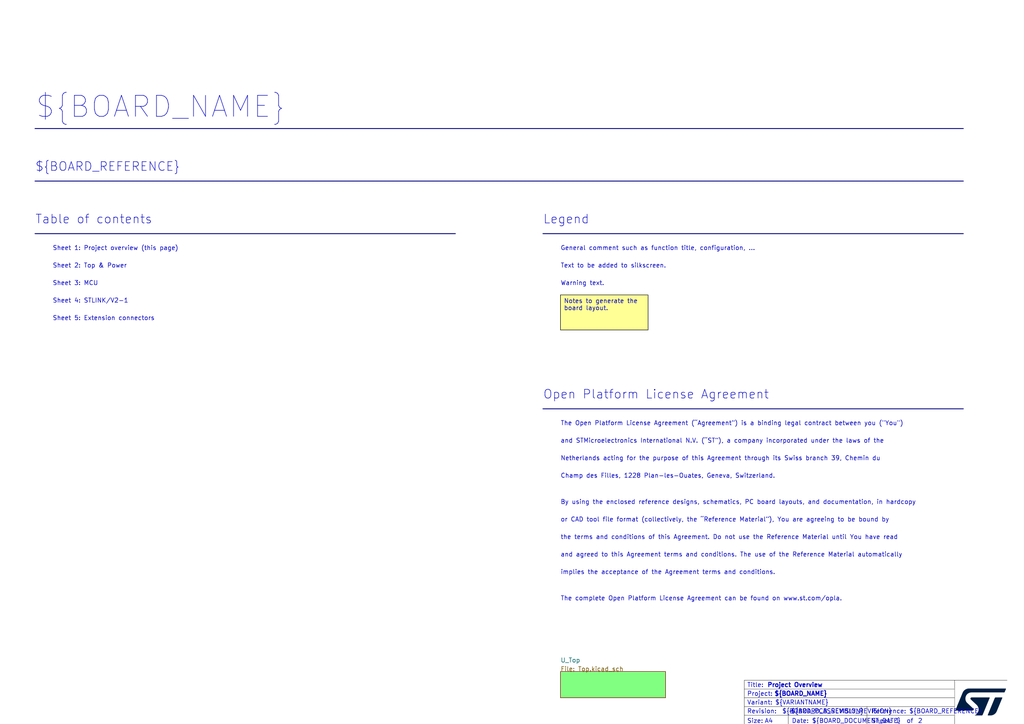
<source format=kicad_sch>
(kicad_sch (version 20231120) (generator "eeschema") (generator_version "8.0")
  (paper "A4")
  (title_block (title "Project Overview") (date "Not used") (rev "Not used") (company "STMicroelectronics"))
  (lib_symbols)
  (polyline (pts (xy 10.16 67.7672) (xy 132.08 67.7672)) (stroke (width 0.254) (type solid) (color 0 0 128 1)))
  (polyline (pts (xy 215.9 197.3072) (xy 215.9 210.0072)) (stroke (width 0.0254) (type solid) (color 0 0 0 1)))
  (polyline (pts (xy 276.86 197.3072) (xy 276.86 210.0072)) (stroke (width 0.0254) (type solid) (color 0 0 0 1)))
  (polyline (pts (xy 276.86 199.8472) (xy 215.9 199.8472)) (stroke (width 0.0254) (type solid) (color 0 0 0 1)))
  (polyline (pts (xy 215.9 204.9272) (xy 276.86 204.9272)) (stroke (width 0.0254) (type solid) (color 0 0 0 1)))
  (polyline (pts (xy 215.9 202.3872) (xy 276.86 202.3872)) (stroke (width 0.0254) (type solid) (color 0 0 0 1)))
  (polyline (pts (xy 157.48 118.5672) (xy 279.4 118.5672)) (stroke (width 0.254) (type solid) (color 0 0 128 1)))
  (polyline (pts (xy 10.16 52.5272) (xy 279.4 52.5272)) (stroke (width 0.254) (type solid) (color 0 0 128 1)))
  (polyline (pts (xy 251.46 204.9272) (xy 251.46 210.0072)) (stroke (width 0.0254) (type solid) (color 0 0 0 1)))
  (polyline (pts (xy 228.6 207.4672) (xy 228.6 210.0072)) (stroke (width 0.0254) (type solid) (color 0 0 0 1)))
  (polyline (pts (xy 10.16 37.2872) (xy 279.4 37.2872)) (stroke (width 0.254) (type solid) (color 0 0 128 1)))
  (polyline (pts (xy 157.48 67.7672) (xy 279.4 67.7672)) (stroke (width 0.254) (type solid) (color 0 0 128 1)))
  (polyline (pts (xy 292.1 197.3072) (xy 215.9 197.3072)) (stroke (width 0.0254) (type solid) (color 0 0 0 1)))
  (polyline (pts (xy 215.9 207.4672) (xy 276.86 207.4672)) (stroke (width 0.0254) (type solid) (color 0 0 0 1)))
  (image (at 284.442 203.6397) (scale 0.173094))
  (text_box "Notes to generate the board layout." (at 187.96 85.5472 0) (size -25.4 10.16) (stroke (width 0) (color 0 0 0 1)) (fill (type color) (color 255 255 150 1)) (effects (font (size 1.27 1.27)) (justify left top)))
  (text "The complete Open Platform License Agreement can be found on www.st.com/opla." (at 162.56 174.4472 0) (effects (font (size 1.27 1.27)) (justify left bottom)))
  (text "${BOARD_DOCUMENT_DATE}" (at 235.458 210.0072 0) (effects (font (size 1.27 1.27)) (justify left bottom)))
  (text "${BOARD_REFERENCE}" (at 10.16 49.9872 0) (effects (font (size 2.54 2.54)) (justify left bottom)))
  (text "of" (at 262.89 210.0072 0) (effects (font (size 1.27 1.27)) (justify left bottom)))
  (text "Size:" (at 216.662 210.0072 0) (effects (font (size 1.27 1.27)) (justify left bottom)))
  (text "or CAD tool file format (collectively, the “Reference Material”), You are agreeing to be bound by" (at 162.56 151.5872 0) (effects (font (size 1.27 1.27)) (justify left bottom)))
  (text "Sheet 4: STLINK/V2-1" (at 15.24 88.0872 0) (effects (font (size 1.27 1.27)) (justify left bottom)))
  (text "Sheet 5: Extension connectors" (at 15.24 93.1672 0) (effects (font (size 1.27 1.27)) (justify left bottom)))
  (text "Netherlands acting for the purpose of this Agreement through its Swiss branch 39, Chemin du" (at 162.56 133.8072 0) (effects (font (size 1.27 1.27)) (justify left bottom)))
  (text "the terms and conditions of this Agreement. Do not use the Reference Material until You have read" (at 162.56 156.6672 0) (effects (font (size 1.27 1.27)) (justify left bottom)))
  (text "${BOARD_PCB_REVISION}" (at 226.822 207.2132 0) (effects (font (size 1.27 1.27)) (justify left bottom)))
  (text "Date:" (at 229.616 210.0072 0) (effects (font (size 1.27 1.27)) (justify left bottom)))
  (text "Sheet:" (at 252.73 210.0072 0) (effects (font (size 1.27 1.27)) (justify left bottom)))
  (text "Project:" (at 216.662 202.1332 0) (effects (font (size 1.27 1.27)) (justify left bottom)))
  (text "and agreed to this Agreement terms and conditions. The use of the Reference Material automatically" (at 162.56 161.7472 0) (effects (font (size 1.27 1.27)) (justify left bottom)))
  (text "Warning text." (at 162.56 83.0072 0) (effects (font (size 1.27 1.27)) (justify left bottom)))
  (text "${BOARD_ASSEMBLY_REVISION}" (at 229.362 207.2132 0) (effects (font (size 1.27 1.27)) (justify left bottom)))
  (text "Sheet 1: Project overview (this page)" (at 15.24 72.8472 0) (effects (font (size 1.27 1.27)) (justify left bottom)))
  (text "Revision:" (at 216.662 207.2132 0) (effects (font (size 1.27 1.27)) (justify left bottom)))
  (text "Legend" (at 157.48 65.2272 0) (effects (font (size 2.54 2.54)) (justify left bottom)))
  (text "Reference:" (at 252.73 207.2132 0) (effects (font (size 1.27 1.27)) (justify left bottom)))
  (text "${TITLE}" (at 222.504 199.5932 0) (effects (font (size 1.27 1.27) (thickness 0.254) (bold yes)) (justify left bottom)))
  (text "Open Platform License Agreement" (at 157.48 116.0272 0) (effects (font (size 2.54 2.54)) (justify left bottom)))
  (text "Title:" (at 216.662 199.5932 0) (effects (font (size 1.27 1.27)) (justify left bottom)))
  (text "${BOARD_NAME}" (at 10.16 34.7472 0) (effects (font (size 6.096 6.096)) (justify left bottom)))
  (text "By using the enclosed reference designs, schematics, PC board layouts, and documentation, in hardcopy" (at 162.56 146.5072 0) (effects (font (size 1.27 1.27)) (justify left bottom)))
  (text "Sheet 2: Top & Power" (at 15.24 77.9272 0) (effects (font (size 1.27 1.27)) (justify left bottom)))
  (text "${BOARD_REFERENCE}" (at 263.652 207.2132 0) (effects (font (size 1.27 1.27)) (justify left bottom)))
  (text "Table of contents" (at 10.16 65.2272 0) (effects (font (size 2.54 2.54)) (justify left bottom)))
  (text "A4" (at 221.742 210.0072 0) (effects (font (size 1.27 1.27)) (justify left bottom)))
  (text "${VARIANTNAME}" (at 224.79 204.6732 0) (effects (font (size 1.27 1.27)) (justify left bottom)))
  (text "Champ des Filles, 1228 Plan-les-Ouates, Geneva, Switzerland." (at 162.56 138.8872 0) (effects (font (size 1.27 1.27)) (justify left bottom)))
  (text "The Open Platform License Agreement (“Agreement”) is a binding legal contract between you (\"You\")" (at 162.56 123.6472 0) (effects (font (size 1.27 1.27)) (justify left bottom)))
  (text "General comment such as function title, configuration, ..." (at 162.56 72.8472 0) (effects (font (size 1.27 1.27)) (justify left bottom)))
  (text "and STMicroelectronics International N.V. (“ST”), a company incorporated under the laws of the" (at 162.56 128.7272 0) (effects (font (size 1.27 1.27)) (justify left bottom)))
  (text "Sheet 3: MCU" (at 15.24 83.0072 0) (effects (font (size 1.27 1.27)) (justify left bottom)))
  (text "Variant:" (at 216.662 204.6732 0) (effects (font (size 1.27 1.27)) (justify left bottom)))
  (text "${BOARD_NAME}" (at 224.536 202.1332 0) (effects (font (size 1.27 1.27) (thickness 0.254) (bold yes)) (justify left bottom)))
  (text "-" (at 228.6 207.2132 0) (effects (font (size 1.27 1.27)) (justify left bottom)))
  (text "implies the acceptance of the Agreement terms and conditions." (at 162.56 166.8272 0) (effects (font (size 1.27 1.27)) (justify left bottom)))
  (text "Text to be added to silkscreen." (at 162.56 77.9272 0) (effects (font (size 1.27 1.27)) (justify left bottom)))
  (text "${#}" (at 259.588 210.0072 0) (effects (font (size 1.27 1.27)) (justify left bottom)))
  (text "${##}" (at 266.192 210.0072 0) (effects (font (size 1.27 1.27)) (justify left bottom)))
  (sheet (at 162.56 194.7672) (size 30.48 7.62) (stroke (width 0) (color 128 0 0 1)) (fill (color 128 255 128 1.0000))
    (property "Sheetname" "U_Top" (at 162.56 192.2272 0) (effects (justify left bottom)))
    (property "Sheetfile" "Top.kicad_sch" (at 162.56 194.7672 0) (effects (justify left bottom)))
  )
)
</source>
